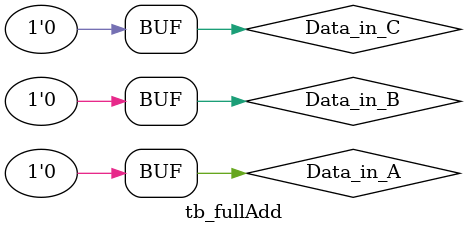
<source format=v>
module tb_fullAdd; // Test bench module
  // Inputs
  reg Data_in_A;
  reg Data_in_B;
  reg Data_in_C;
  
  // Outputs
  wire Data_out_Sum;
  wire Data_out_Carry;

  // Instantiate the Unit Under Test (UUT)
  full_adder uut(
    .Data_in_A(Data_in_A),
    .Data_in_B(Data_in_B),
    .Data_in_C(Data_in_C),
    .Data_out_Sum(Data_out_Sum),
    .Data_out_Carry(Data_out_Carry)
  );

  initial begin
    // Apply inputs. 8 combinations of inputs are possible.
    // They are given below.
    Data_in_A = 0; Data_in_B = 0; Data_in_C = 0; #100;
    Data_in_A = 0; Data_in_B = 0; Data_in_C = 1; #100;
    Data_in_A = 0; Data_in_B = 1; Data_in_C = 0; #100;
    Data_in_A = 0; Data_in_B = 1; Data_in_C = 1; #100;
    Data_in_A = 1; Data_in_B = 0; Data_in_C = 0; #100;
    Data_in_A = 1; Data_in_B = 0; Data_in_C = 1; #100;
    Data_in_A = 1; Data_in_B = 1; Data_in_C = 0; #100;
    Data_in_A = 1; Data_in_B = 1; Data_in_C = 1; #100;
    Data_in_A = 0; Data_in_B = 0; Data_in_C = 0; #100;
  end
endmodule

</source>
